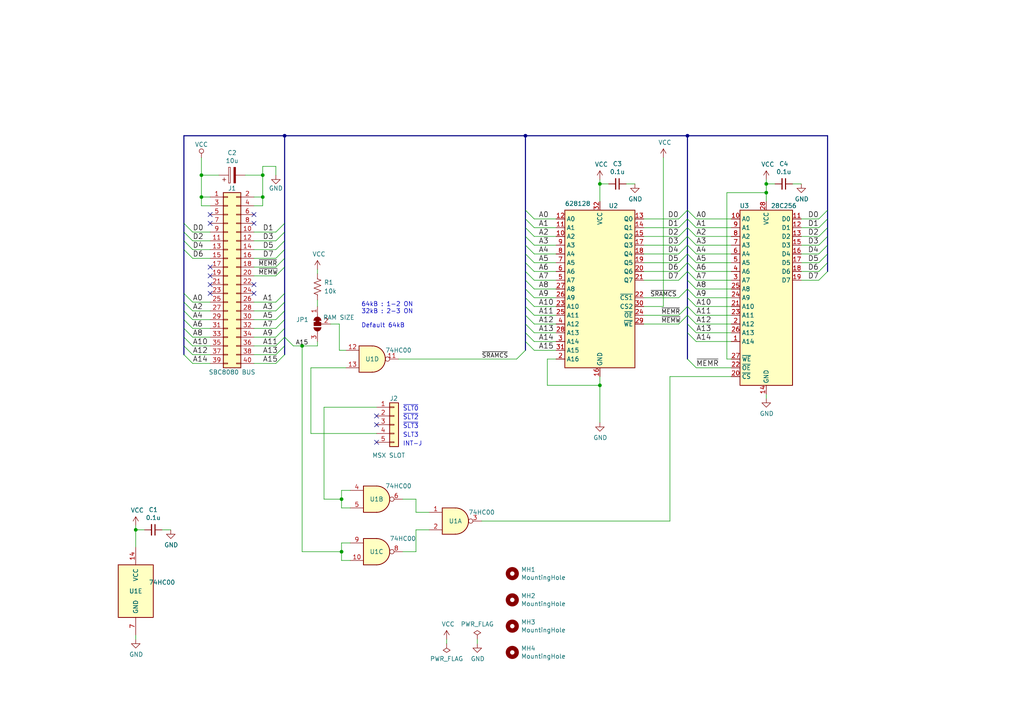
<source format=kicad_sch>
(kicad_sch (version 20211123) (generator eeschema)
  (paper "A4")
  (title_block (title "KZ80 MSX MEMORY BOARD") (date "2022-07-31") (rev "2") (company "KUNI-NET"))
  (lib_symbols
    (symbol "74xx:74HC00" (pin_names (offset 1.016))
      (property "Reference" "U" (at 0 1.27 0))
      (property "Value" "74HC00" (at 0 -1.27 0))
      (symbol "74HC00_1_1"
        (pin input line (at -7.62 2.54 0) (length 3.81) (name "~") (number "1"))
        (pin input line (at -7.62 -2.54 0) (length 3.81) (name "~") (number "2"))
        (pin output inverted (at 7.62 0 180) (length 3.81) (name "~") (number "3"))
      )
      (symbol "74HC00_1_2"
        (pin input inverted (at -7.62 2.54 0) (length 4.318) (name "~") (number "1"))
        (pin input inverted (at -7.62 -2.54 0) (length 4.318) (name "~") (number "2"))
        (pin output line (at 7.62 0 180) (length 3.81) (name "~") (number "3"))
      )
      (symbol "74HC00_2_1"
        (pin input line (at -7.62 2.54 0) (length 3.81) (name "~") (number "4"))
        (pin input line (at -7.62 -2.54 0) (length 3.81) (name "~") (number "5"))
        (pin output inverted (at 7.62 0 180) (length 3.81) (name "~") (number "6"))
      )
      (symbol "74HC00_2_2"
        (pin input inverted (at -7.62 2.54 0) (length 4.318) (name "~") (number "4"))
        (pin input inverted (at -7.62 -2.54 0) (length 4.318) (name "~") (number "5"))
        (pin output line (at 7.62 0 180) (length 3.81) (name "~") (number "6"))
      )
      (symbol "74HC00_3_1"
        (pin input line (at -7.62 -2.54 0) (length 3.81) (name "~") (number "10"))
        (pin output inverted (at 7.62 0 180) (length 3.81) (name "~") (number "8"))
        (pin input line (at -7.62 2.54 0) (length 3.81) (name "~") (number "9"))
      )
      (symbol "74HC00_3_2"
        (pin input inverted (at -7.62 -2.54 0) (length 4.318) (name "~") (number "10"))
        (pin output line (at 7.62 0 180) (length 3.81) (name "~") (number "8"))
        (pin input inverted (at -7.62 2.54 0) (length 4.318) (name "~") (number "9"))
      )
      (symbol "74HC00_4_1"
        (pin output inverted (at 7.62 0 180) (length 3.81) (name "~") (number "11"))
        (pin input line (at -7.62 2.54 0) (length 3.81) (name "~") (number "12"))
        (pin input line (at -7.62 -2.54 0) (length 3.81) (name "~") (number "13"))
      )
      (symbol "74HC00_4_2"
        (pin output line (at 7.62 0 180) (length 3.81) (name "~") (number "11"))
        (pin input inverted (at -7.62 2.54 0) (length 4.318) (name "~") (number "12"))
        (pin input inverted (at -7.62 -2.54 0) (length 4.318) (name "~") (number "13"))
      )
      (symbol "74HC00_5_0"
        (pin power_in line (at 0 12.7 270) (length 5.08) (name "VCC") (number "14"))
        (pin power_in line (at 0 -12.7 90) (length 5.08) (name "GND") (number "7"))
      )
    )
    (symbol "Connector_Generic:Conn_01x05" (pin_names (offset 1.016) hide)
      (property "Reference" "J" (at 0 7.62 0))
      (property "Value" "Conn_01x05" (at 0 -7.62 0))
      (symbol "Conn_01x05_1_1"
        (pin passive line (at -5.08 5.08 0) (length 3.81) (name "Pin_1") (number "1"))
        (pin passive line (at -5.08 2.54 0) (length 3.81) (name "Pin_2") (number "2"))
        (pin passive line (at -5.08 0 0) (length 3.81) (name "Pin_3") (number "3"))
        (pin passive line (at -5.08 -2.54 0) (length 3.81) (name "Pin_4") (number "4"))
        (pin passive line (at -5.08 -5.08 0) (length 3.81) (name "Pin_5") (number "5"))
      )
    )
    (symbol "Device:C_Small" (pin_numbers hide) (pin_names (offset 0.254) hide)
      (property "Reference" "C" (at 0.254 1.778 0))
      (property "Value" "C_Small" (at 0.254 -2.032 0))
      (symbol "C_Small_1_1"
        (pin passive line (at 0 2.54 270) (length 2.032) (name "~") (number "1"))
        (pin passive line (at 0 -2.54 90) (length 2.032) (name "~") (number "2"))
      )
    )
    (symbol "Device:R_US" (pin_numbers hide) (pin_names (offset 0))
      (property "Reference" "R" (at 2.54 0 90))
      (property "Value" "R_US" (at -2.54 0 90))
      (symbol "R_US_1_1"
        (pin passive line (at 0 3.81 270) (length 1.27) (name "~") (number "1"))
        (pin passive line (at 0 -3.81 90) (length 1.27) (name "~") (number "2"))
      )
    )
    (symbol "Jumper:SolderJumper_3_Bridged12" (pin_names (offset 0) hide)
      (property "Reference" "JP" (at -2.54 -2.54 0))
      (property "Value" "SolderJumper_3_Bridged12" (at 0 2.794 0))
      (symbol "SolderJumper_3_Bridged12_1_1"
        (pin passive line (at -5.08 0 0) (length 2.54) (name "A") (number "1"))
        (pin passive line (at 0 -3.81 90) (length 2.54) (name "C") (number "2"))
        (pin passive line (at 5.08 0 180) (length 2.54) (name "B") (number "3"))
      )
    )
    (symbol "KZ80-MSXMEM-rescue:CP-Device" (pin_numbers hide) (pin_names (offset 0.254))
      (property "Reference" "C" (at 0.635 2.54 0))
      (property "Value" "CP-Device" (at 0.635 -2.54 0))
      (symbol "CP-Device_1_1"
        (pin passive line (at 0 3.81 270) (length 2.794) (name "~") (number "1"))
        (pin passive line (at 0 -3.81 90) (length 2.794) (name "~") (number "2"))
      )
    )
    (symbol "KZ80-MSXMEM-rescue:Conn_02x20_Odd_Even-Z80-1MSRAM-rescue" (pin_names (offset 1.016) hide)
      (property "Reference" "J" (at 1.27 25.4 0))
      (property "Value" "Conn_02x20_Odd_Even-Z80-1MSRAM-rescue" (at 1.27 -27.94 0))
      (symbol "Conn_02x20_Odd_Even-Z80-1MSRAM-rescue_1_1"
        (pin passive line (at -5.08 22.86 0) (length 3.81) (name "Pin_1") (number "1"))
        (pin passive line (at 7.62 12.7 180) (length 3.81) (name "Pin_10") (number "10"))
        (pin passive line (at -5.08 10.16 0) (length 3.81) (name "Pin_11") (number "11"))
        (pin passive line (at 7.62 10.16 180) (length 3.81) (name "Pin_12") (number "12"))
        (pin passive line (at -5.08 7.62 0) (length 3.81) (name "Pin_13") (number "13"))
        (pin passive line (at 7.62 7.62 180) (length 3.81) (name "Pin_14") (number "14"))
        (pin passive line (at -5.08 5.08 0) (length 3.81) (name "Pin_15") (number "15"))
        (pin passive line (at 7.62 5.08 180) (length 3.81) (name "Pin_16") (number "16"))
        (pin passive line (at -5.08 2.54 0) (length 3.81) (name "Pin_17") (number "17"))
        (pin passive line (at 7.62 2.54 180) (length 3.81) (name "Pin_18") (number "18"))
        (pin passive line (at -5.08 0 0) (length 3.81) (name "Pin_19") (number "19"))
        (pin passive line (at 7.62 22.86 180) (length 3.81) (name "Pin_2") (number "2"))
        (pin passive line (at 7.62 0 180) (length 3.81) (name "Pin_20") (number "20"))
        (pin passive line (at -5.08 -2.54 0) (length 3.81) (name "Pin_21") (number "21"))
        (pin passive line (at 7.62 -2.54 180) (length 3.81) (name "Pin_22") (number "22"))
        (pin passive line (at -5.08 -5.08 0) (length 3.81) (name "Pin_23") (number "23"))
        (pin passive line (at 7.62 -5.08 180) (length 3.81) (name "Pin_24") (number "24"))
        (pin passive line (at -5.08 -7.62 0) (length 3.81) (name "Pin_25") (number "25"))
        (pin passive line (at 7.62 -7.62 180) (length 3.81) (name "Pin_26") (number "26"))
        (pin passive line (at -5.08 -10.16 0) (length 3.81) (name "Pin_27") (number "27"))
        (pin passive line (at 7.62 -10.16 180) (length 3.81) (name "Pin_28") (number "28"))
        (pin passive line (at -5.08 -12.7 0) (length 3.81) (name "Pin_29") (number "29"))
        (pin passive line (at -5.08 20.32 0) (length 3.81) (name "Pin_3") (number "3"))
        (pin passive line (at 7.62 -12.7 180) (length 3.81) (name "Pin_30") (number "30"))
        (pin passive line (at -5.08 -15.24 0) (length 3.81) (name "Pin_31") (number "31"))
        (pin passive line (at 7.62 -15.24 180) (length 3.81) (name "Pin_32") (number "32"))
        (pin passive line (at -5.08 -17.78 0) (length 3.81) (name "Pin_33") (number "33"))
        (pin passive line (at 7.62 -17.78 180) (length 3.81) (name "Pin_34") (number "34"))
        (pin passive line (at -5.08 -20.32 0) (length 3.81) (name "Pin_35") (number "35"))
        (pin passive line (at 7.62 -20.32 180) (length 3.81) (name "Pin_36") (number "36"))
        (pin passive line (at -5.08 -22.86 0) (length 3.81) (name "Pin_37") (number "37"))
        (pin passive line (at 7.62 -22.86 180) (length 3.81) (name "Pin_38") (number "38"))
        (pin passive line (at -5.08 -25.4 0) (length 3.81) (name "Pin_39") (number "39"))
        (pin passive line (at 7.62 20.32 180) (length 3.81) (name "Pin_4") (number "4"))
        (pin passive line (at 7.62 -25.4 180) (length 3.81) (name "Pin_40") (number "40"))
        (pin passive line (at -5.08 17.78 0) (length 3.81) (name "Pin_5") (number "5"))
        (pin passive line (at 7.62 17.78 180) (length 3.81) (name "Pin_6") (number "6"))
        (pin passive line (at -5.08 15.24 0) (length 3.81) (name "Pin_7") (number "7"))
        (pin passive line (at 7.62 15.24 180) (length 3.81) (name "Pin_8") (number "8"))
        (pin passive line (at -5.08 12.7 0) (length 3.81) (name "Pin_9") (number "9"))
      )
    )
    (symbol "KZ80-MSXMEM-rescue:GND-Z80-1MSRAM-rescue" (power) (pin_names (offset 0))
      (property "Value" "GND-Z80-1MSRAM-rescue" (at 0 -3.81 0))
      (symbol "GND-Z80-1MSRAM-rescue_1_1"
        (pin power_in line (at 0 0 270) (length 0) hide (name "GND") (number "1"))
      )
    )
    (symbol "KZ80-MSXMEM-rescue:VCC-Z80-1MSRAM-rescue" (power) (pin_names (offset 0))
      (property "Value" "VCC-Z80-1MSRAM-rescue" (at 0 3.81 0))
      (symbol "VCC-Z80-1MSRAM-rescue_1_1"
        (pin power_in line (at 0 0 90) (length 0) hide (name "VCC") (number "1"))
      )
    )
    (symbol "Mechanical:MountingHole" (pin_names (offset 1.016))
      (property "Reference" "H" (at 0 5.08 0))
      (property "Value" "MountingHole" (at 0 3.175 0))
    )
    (symbol "Memory_EEPROM:28C256"
      (property "Reference" "U" (at -7.62 26.67 0))
      (property "Value" "28C256" (at 2.54 -26.67 0))
      (symbol "28C256_1_1"
        (pin input line (at -10.16 -12.7 0) (length 2.54) (name "A14") (number "1"))
        (pin input line (at -10.16 22.86 0) (length 2.54) (name "A0") (number "10"))
        (pin tri_state line (at 10.16 22.86 180) (length 2.54) (name "D0") (number "11"))
        (pin tri_state line (at 10.16 20.32 180) (length 2.54) (name "D1") (number "12"))
        (pin tri_state line (at 10.16 17.78 180) (length 2.54) (name "D2") (number "13"))
        (pin power_in line (at 0 -27.94 90) (length 2.54) (name "GND") (number "14"))
        (pin tri_state line (at 10.16 15.24 180) (length 2.54) (name "D3") (number "15"))
        (pin tri_state line (at 10.16 12.7 180) (length 2.54) (name "D4") (number "16"))
        (pin tri_state line (at 10.16 10.16 180) (length 2.54) (name "D5") (number "17"))
        (pin tri_state line (at 10.16 7.62 180) (length 2.54) (name "D6") (number "18"))
        (pin tri_state line (at 10.16 5.08 180) (length 2.54) (name "D7") (number "19"))
        (pin input line (at -10.16 -7.62 0) (length 2.54) (name "A12") (number "2"))
        (pin input line (at -10.16 -22.86 0) (length 2.54) (name "~{CS}") (number "20"))
        (pin input line (at -10.16 -2.54 0) (length 2.54) (name "A10") (number "21"))
        (pin input line (at -10.16 -20.32 0) (length 2.54) (name "~{OE}") (number "22"))
        (pin input line (at -10.16 -5.08 0) (length 2.54) (name "A11") (number "23"))
        (pin input line (at -10.16 0 0) (length 2.54) (name "A9") (number "24"))
        (pin input line (at -10.16 2.54 0) (length 2.54) (name "A8") (number "25"))
        (pin input line (at -10.16 -10.16 0) (length 2.54) (name "A13") (number "26"))
        (pin input line (at -10.16 -17.78 0) (length 2.54) (name "~{WE}") (number "27"))
        (pin power_in line (at 0 27.94 270) (length 2.54) (name "VCC") (number "28"))
        (pin input line (at -10.16 5.08 0) (length 2.54) (name "A7") (number "3"))
        (pin input line (at -10.16 7.62 0) (length 2.54) (name "A6") (number "4"))
        (pin input line (at -10.16 10.16 0) (length 2.54) (name "A5") (number "5"))
        (pin input line (at -10.16 12.7 0) (length 2.54) (name "A4") (number "6"))
        (pin input line (at -10.16 15.24 0) (length 2.54) (name "A3") (number "7"))
        (pin input line (at -10.16 17.78 0) (length 2.54) (name "A2") (number "8"))
        (pin input line (at -10.16 20.32 0) (length 2.54) (name "A1") (number "9"))
      )
    )
    (symbol "Memory_RAM:628128_DIP32_SSOP32"
      (property "Reference" "U" (at -10.16 23.495 0))
      (property "Value" "628128_DIP32_SSOP32" (at 2.54 23.495 0))
      (symbol "628128_DIP32_SSOP32_0_0"
        (pin power_in line (at 0 -25.4 90) (length 2.54) (name "GND") (number "16"))
        (pin power_in line (at 0 25.4 270) (length 2.54) (name "VCC") (number "32"))
      )
      (symbol "628128_DIP32_SSOP32_1_1"
        (pin no_connect line (at 10.16 -20.32 180) (length 2.54) hide (name "NC") (number "1"))
        (pin input line (at -12.7 15.24 0) (length 2.54) (name "A2") (number "10"))
        (pin input line (at -12.7 17.78 0) (length 2.54) (name "A1") (number "11"))
        (pin input line (at -12.7 20.32 0) (length 2.54) (name "A0") (number "12"))
        (pin tri_state line (at 12.7 20.32 180) (length 2.54) (name "Q0") (number "13"))
        (pin tri_state line (at 12.7 17.78 180) (length 2.54) (name "Q1") (number "14"))
        (pin tri_state line (at 12.7 15.24 180) (length 2.54) (name "Q2") (number "15"))
        (pin tri_state line (at 12.7 12.7 180) (length 2.54) (name "Q3") (number "17"))
        (pin tri_state line (at 12.7 10.16 180) (length 2.54) (name "Q4") (number "18"))
        (pin tri_state line (at 12.7 7.62 180) (length 2.54) (name "Q5") (number "19"))
        (pin input line (at -12.7 -20.32 0) (length 2.54) (name "A16") (number "2"))
        (pin tri_state line (at 12.7 5.08 180) (length 2.54) (name "Q6") (number "20"))
        (pin tri_state line (at 12.7 2.54 180) (length 2.54) (name "Q7") (number "21"))
        (pin input line (at 12.7 -2.54 180) (length 2.54) (name "~{CS1}") (number "22"))
        (pin input line (at -12.7 -5.08 0) (length 2.54) (name "A10") (number "23"))
        (pin input line (at 12.7 -7.62 180) (length 2.54) (name "~{OE}") (number "24"))
        (pin input line (at -12.7 -7.62 0) (length 2.54) (name "A11") (number "25"))
        (pin input line (at -12.7 -2.54 0) (length 2.54) (name "A9") (number "26"))
        (pin input line (at -12.7 0 0) (length 2.54) (name "A8") (number "27"))
        (pin input line (at -12.7 -12.7 0) (length 2.54) (name "A13") (number "28"))
        (pin input line (at 12.7 -10.16 180) (length 2.54) (name "~{WE}") (number "29"))
        (pin input line (at -12.7 -15.24 0) (length 2.54) (name "A14") (number "3"))
        (pin input line (at 12.7 -5.08 180) (length 2.54) (name "CS2") (number "30"))
        (pin input line (at -12.7 -17.78 0) (length 2.54) (name "A15") (number "31"))
        (pin input line (at -12.7 -10.16 0) (length 2.54) (name "A12") (number "4"))
        (pin input line (at -12.7 2.54 0) (length 2.54) (name "A7") (number "5"))
        (pin input line (at -12.7 5.08 0) (length 2.54) (name "A6") (number "6"))
        (pin input line (at -12.7 7.62 0) (length 2.54) (name "A5") (number "7"))
        (pin input line (at -12.7 10.16 0) (length 2.54) (name "A4") (number "8"))
        (pin input line (at -12.7 12.7 0) (length 2.54) (name "A3") (number "9"))
      )
    )
    (symbol "power:GND" (power) (pin_names (offset 0))
      (property "Value" "GND" (at 0 -3.81 0))
      (symbol "GND_1_1"
        (pin power_in line (at 0 0 270) (length 0) hide (name "GND") (number "1"))
      )
    )
    (symbol "power:PWR_FLAG" (power) (pin_numbers hide) (pin_names (offset 0) hide)
      (property "Value" "PWR_FLAG" (at 0 3.81 0))
      (symbol "PWR_FLAG_0_0"
        (pin power_out line (at 0 0 90) (length 0) (name "pwr") (number "1"))
      )
    )
    (symbol "power:VCC" (power) (pin_names (offset 0))
      (property "Value" "VCC" (at 0 3.81 0))
      (symbol "VCC_1_1"
        (pin power_in line (at 0 0 90) (length 0) hide (name "VCC") (number "1"))
      )
    )
  )
  (junction (at 39.37 153.67))
  (junction (at 99.06 160.02))
  (junction (at 173.99 53.34))
  (junction (at 76.2 50.8))
  (junction (at 58.42 57.15))
  (junction (at 199.39 39.37))
  (junction (at 152.4 39.37))
  (junction (at 87.63 100.33))
  (junction (at 173.99 111.76))
  (junction (at 58.42 50.8))
  (junction (at 99.06 144.78))
  (junction (at 82.55 39.37))
  (junction (at 222.25 55.88))
  (junction (at 222.25 53.34))
  (junction (at 76.2 57.15))
  (no_connect (at 73.66 82.55))
  (no_connect (at 73.66 62.23))
  (no_connect (at 73.66 85.09))
  (no_connect (at 73.66 64.77))
  (no_connect (at 109.22 123.19))
  (no_connect (at 60.96 85.09))
  (no_connect (at 60.96 77.47))
  (no_connect (at 60.96 80.01))
  (no_connect (at 109.22 128.27))
  (no_connect (at 60.96 82.55))
  (no_connect (at 60.96 62.23))
  (no_connect (at 60.96 64.77))
  (no_connect (at 109.22 120.65))
  (bus_entry (at 199.39 81.28) (size 2.54 2.54))
  (bus_entry (at 199.39 78.74) (size 2.54 2.54))
  (bus_entry (at 152.4 88.9) (size 2.54 2.54))
  (bus_entry (at 240.03 76.2) (size -2.54 2.54))
  (bus_entry (at 199.39 78.74) (size -2.54 2.54))
  (bus_entry (at 199.39 76.2) (size -2.54 2.54))
  (bus_entry (at 80.01 105.41) (size 2.54 -2.54))
  (bus_entry (at 53.34 87.63) (size 2.54 2.54))
  (bus_entry (at 80.01 72.39) (size 2.54 -2.54))
  (bus_entry (at 149.86 104.14) (size 2.54 -2.54))
  (bus_entry (at 199.39 68.58) (size -2.54 2.54))
  (bus_entry (at 240.03 68.58) (size -2.54 2.54))
  (bus_entry (at 196.85 91.44) (size 2.54 -2.54))
  (bus_entry (at 199.39 83.82) (size 2.54 2.54))
  (bus_entry (at 152.4 68.58) (size 2.54 2.54))
  (bus_entry (at 152.4 78.74) (size 2.54 2.54))
  (bus_entry (at 152.4 99.06) (size 2.54 2.54))
  (bus_entry (at 80.01 87.63) (size 2.54 -2.54))
  (bus_entry (at 240.03 73.66) (size -2.54 2.54))
  (bus_entry (at 199.39 73.66) (size -2.54 2.54))
  (bus_entry (at 199.39 63.5) (size -2.54 2.54))
  (bus_entry (at 199.39 88.9) (size 2.54 2.54))
  (bus_entry (at 53.34 102.87) (size 2.54 2.54))
  (bus_entry (at 80.01 74.93) (size 2.54 -2.54))
  (bus_entry (at 80.01 95.25) (size 2.54 -2.54))
  (bus_entry (at 199.39 91.44) (size 2.54 2.54))
  (bus_entry (at 199.39 63.5) (size 2.54 2.54))
  (bus_entry (at 53.34 69.85) (size 2.54 2.54))
  (bus_entry (at 199.39 68.58) (size 2.54 2.54))
  (bus_entry (at 199.39 60.96) (size -2.54 2.54))
  (bus_entry (at 80.01 90.17) (size 2.54 -2.54))
  (bus_entry (at 80.01 100.33) (size 2.54 -2.54))
  (bus_entry (at 152.4 83.82) (size 2.54 2.54))
  (bus_entry (at 152.4 91.44) (size 2.54 2.54))
  (bus_entry (at 196.85 86.36) (size 2.54 -2.54))
  (bus_entry (at 152.4 63.5) (size 2.54 2.54))
  (bus_entry (at 53.34 85.09) (size 2.54 2.54))
  (bus_entry (at 53.34 95.25) (size 2.54 2.54))
  (bus_entry (at 196.85 93.98) (size 2.54 -2.54))
  (bus_entry (at 240.03 63.5) (size -2.54 2.54))
  (bus_entry (at 152.4 76.2) (size 2.54 2.54))
  (bus_entry (at 199.39 104.14) (size 2.54 2.54))
  (bus_entry (at 152.4 93.98) (size 2.54 2.54))
  (bus_entry (at 152.4 66.04) (size 2.54 2.54))
  (bus_entry (at 80.01 67.31) (size 2.54 -2.54))
  (bus_entry (at 199.39 96.52) (size 2.54 2.54))
  (bus_entry (at 199.39 76.2) (size 2.54 2.54))
  (bus_entry (at 53.34 64.77) (size 2.54 2.54))
  (bus_entry (at 199.39 86.36) (size 2.54 2.54))
  (bus_entry (at 199.39 73.66) (size 2.54 2.54))
  (bus_entry (at 53.34 72.39) (size 2.54 2.54))
  (bus_entry (at 199.39 71.12) (size -2.54 2.54))
  (bus_entry (at 80.01 97.79) (size 2.54 -2.54))
  (bus_entry (at 80.01 77.47) (size 2.54 -2.54))
  (bus_entry (at 80.01 80.01) (size 2.54 -2.54))
  (bus_entry (at 240.03 78.74) (size -2.54 2.54))
  (bus_entry (at 152.4 60.96) (size 2.54 2.54))
  (bus_entry (at 80.01 92.71) (size 2.54 -2.54))
  (bus_entry (at 240.03 71.12) (size -2.54 2.54))
  (bus_entry (at 53.34 100.33) (size 2.54 2.54))
  (bus_entry (at 152.4 73.66) (size 2.54 2.54))
  (bus_entry (at 199.39 71.12) (size 2.54 2.54))
  (bus_entry (at 53.34 90.17) (size 2.54 2.54))
  (bus_entry (at 82.55 97.79) (size 2.54 2.54))
  (bus_entry (at 80.01 102.87) (size 2.54 -2.54))
  (bus_entry (at 53.34 92.71) (size 2.54 2.54))
  (bus_entry (at 199.39 66.04) (size -2.54 2.54))
  (bus_entry (at 199.39 66.04) (size 2.54 2.54))
  (bus_entry (at 240.03 66.04) (size -2.54 2.54))
  (bus_entry (at 53.34 97.79) (size 2.54 2.54))
  (bus_entry (at 199.39 93.98) (size 2.54 2.54))
  (bus_entry (at 152.4 96.52) (size 2.54 2.54))
  (bus_entry (at 80.01 69.85) (size 2.54 -2.54))
  (bus_entry (at 53.34 67.31) (size 2.54 2.54))
  (bus_entry (at 152.4 86.36) (size 2.54 2.54))
  (bus_entry (at 152.4 81.28) (size 2.54 2.54))
  (bus_entry (at 199.39 60.96) (size 2.54 2.54))
  (bus_entry (at 240.03 60.96) (size -2.54 2.54))
  (bus_entry (at 152.4 71.12) (size 2.54 2.54))
  (bus (pts (xy 152.4 93.98) (xy 152.4 96.52)))
  (bus (pts (xy 199.39 91.44) (xy 199.39 93.98)))
  (wire (pts (xy 46.99 153.67) (xy 49.53 153.67)))
  (wire (pts (xy 154.94 91.44) (xy 161.29 91.44)))
  (bus (pts (xy 152.4 39.37) (xy 82.55 39.37)))
  (bus (pts (xy 53.34 95.25) (xy 53.34 97.79)))
  (bus (pts (xy 199.39 78.74) (xy 199.39 81.28)))
  (wire (pts (xy 154.94 68.58) (xy 161.29 68.58)))
  (wire (pts (xy 196.85 68.58) (xy 186.69 68.58)))
  (wire (pts (xy 39.37 153.67) (xy 41.91 153.67)))
  (wire (pts (xy 201.93 76.2) (xy 212.09 76.2)))
  (wire (pts (xy 186.69 88.9) (xy 192.405 88.9)))
  (wire (pts (xy 129.54 185.42) (xy 129.54 186.69)))
  (bus (pts (xy 53.34 97.79) (xy 53.34 100.33)))
  (bus (pts (xy 82.55 92.71) (xy 82.55 95.25)))
  (wire (pts (xy 154.94 66.04) (xy 161.29 66.04)))
  (bus (pts (xy 82.55 100.33) (xy 82.55 102.87)))
  (wire (pts (xy 58.42 57.15) (xy 58.42 59.69)))
  (wire (pts (xy 120.65 160.02) (xy 116.84 160.02)))
  (wire (pts (xy 196.85 73.66) (xy 186.69 73.66)))
  (wire (pts (xy 73.66 80.01) (xy 80.01 80.01)))
  (wire (pts (xy 109.22 118.11) (xy 93.98 118.11)))
  (bus (pts (xy 152.4 39.37) (xy 152.4 60.96)))
  (wire (pts (xy 92.075 78.105) (xy 92.075 79.375)))
  (wire (pts (xy 154.94 83.82) (xy 161.29 83.82)))
  (wire (pts (xy 55.88 67.31) (xy 60.96 67.31)))
  (wire (pts (xy 201.93 66.04) (xy 212.09 66.04)))
  (bus (pts (xy 53.34 69.85) (xy 53.34 72.39)))
  (wire (pts (xy 120.65 153.67) (xy 120.65 160.02)))
  (wire (pts (xy 139.7 151.13) (xy 194.31 151.13)))
  (wire (pts (xy 99.06 162.56) (xy 101.6 162.56)))
  (bus (pts (xy 152.4 78.74) (xy 152.4 81.28)))
  (wire (pts (xy 196.85 76.2) (xy 186.69 76.2)))
  (bus (pts (xy 152.4 88.9) (xy 152.4 91.44)))
  (wire (pts (xy 55.88 100.33) (xy 60.96 100.33)))
  (bus (pts (xy 199.39 86.36) (xy 199.39 88.9)))
  (wire (pts (xy 222.25 55.88) (xy 222.25 58.42)))
  (bus (pts (xy 199.39 96.52) (xy 199.39 104.14)))
  (wire (pts (xy 76.2 59.69) (xy 73.66 59.69)))
  (wire (pts (xy 138.43 185.42) (xy 138.43 186.69)))
  (wire (pts (xy 173.99 109.22) (xy 173.99 111.76)))
  (wire (pts (xy 237.49 71.12) (xy 232.41 71.12)))
  (wire (pts (xy 76.2 48.26) (xy 80.01 48.26)))
  (bus (pts (xy 152.4 68.58) (xy 152.4 71.12)))
  (wire (pts (xy 210.82 55.88) (xy 222.25 55.88)))
  (wire (pts (xy 58.42 50.8) (xy 63.5 50.8)))
  (bus (pts (xy 82.55 74.93) (xy 82.55 77.47)))
  (bus (pts (xy 152.4 96.52) (xy 152.4 99.06)))
  (wire (pts (xy 222.25 53.34) (xy 224.79 53.34)))
  (wire (pts (xy 237.49 73.66) (xy 232.41 73.66)))
  (bus (pts (xy 82.55 90.17) (xy 82.55 92.71)))
  (wire (pts (xy 173.99 53.34) (xy 173.99 58.42)))
  (wire (pts (xy 154.94 73.66) (xy 161.29 73.66)))
  (wire (pts (xy 73.66 97.79) (xy 80.01 97.79)))
  (bus (pts (xy 82.55 77.47) (xy 82.55 85.09)))
  (wire (pts (xy 154.94 101.6) (xy 161.29 101.6)))
  (wire (pts (xy 73.66 67.31) (xy 80.01 67.31)))
  (wire (pts (xy 154.94 96.52) (xy 161.29 96.52)))
  (wire (pts (xy 154.94 86.36) (xy 161.29 86.36)))
  (bus (pts (xy 82.55 97.79) (xy 82.55 100.33)))
  (bus (pts (xy 240.03 60.96) (xy 240.03 63.5)))
  (bus (pts (xy 82.55 39.37) (xy 82.55 64.77)))
  (wire (pts (xy 222.25 52.07) (xy 222.25 53.34)))
  (wire (pts (xy 201.93 96.52) (xy 212.09 96.52)))
  (wire (pts (xy 212.09 104.14) (xy 210.82 104.14)))
  (wire (pts (xy 76.2 48.26) (xy 76.2 50.8)))
  (wire (pts (xy 201.93 73.66) (xy 212.09 73.66)))
  (wire (pts (xy 237.49 81.28) (xy 232.41 81.28)))
  (bus (pts (xy 53.34 85.09) (xy 53.34 87.63)))
  (bus (pts (xy 152.4 86.36) (xy 152.4 88.9)))
  (wire (pts (xy 115.57 104.14) (xy 149.86 104.14)))
  (wire (pts (xy 196.85 78.74) (xy 186.69 78.74)))
  (bus (pts (xy 199.39 66.04) (xy 199.39 68.58)))
  (bus (pts (xy 82.55 95.25) (xy 82.55 97.79)))
  (wire (pts (xy 237.49 63.5) (xy 232.41 63.5)))
  (wire (pts (xy 181.61 53.34) (xy 184.15 53.34)))
  (wire (pts (xy 201.93 71.12) (xy 212.09 71.12)))
  (bus (pts (xy 152.4 76.2) (xy 152.4 78.74)))
  (bus (pts (xy 53.34 87.63) (xy 53.34 90.17)))
  (wire (pts (xy 98.425 101.6) (xy 100.33 101.6)))
  (bus (pts (xy 152.4 73.66) (xy 152.4 76.2)))
  (wire (pts (xy 93.98 144.78) (xy 99.06 144.78)))
  (wire (pts (xy 80.01 95.25) (xy 73.66 95.25)))
  (wire (pts (xy 161.29 104.14) (xy 158.75 104.14)))
  (wire (pts (xy 87.63 100.33) (xy 87.63 160.02)))
  (wire (pts (xy 87.63 100.33) (xy 92.075 100.33)))
  (wire (pts (xy 80.01 48.26) (xy 80.01 50.8)))
  (bus (pts (xy 53.34 90.17) (xy 53.34 92.71)))
  (wire (pts (xy 124.46 153.67) (xy 120.65 153.67)))
  (bus (pts (xy 199.39 39.37) (xy 199.39 60.96)))
  (wire (pts (xy 80.01 69.85) (xy 73.66 69.85)))
  (wire (pts (xy 39.37 184.15) (xy 39.37 185.42)))
  (wire (pts (xy 80.01 90.17) (xy 73.66 90.17)))
  (bus (pts (xy 199.39 71.12) (xy 199.39 73.66)))
  (bus (pts (xy 152.4 83.82) (xy 152.4 86.36)))
  (wire (pts (xy 186.69 86.36) (xy 196.85 86.36)))
  (wire (pts (xy 90.17 106.68) (xy 100.33 106.68)))
  (wire (pts (xy 98.425 93.98) (xy 98.425 101.6)))
  (bus (pts (xy 152.4 71.12) (xy 152.4 73.66)))
  (bus (pts (xy 82.55 69.85) (xy 82.55 72.39)))
  (wire (pts (xy 154.94 93.98) (xy 161.29 93.98)))
  (wire (pts (xy 58.42 50.8) (xy 58.42 57.15)))
  (bus (pts (xy 82.55 87.63) (xy 82.55 90.17)))
  (wire (pts (xy 237.49 66.04) (xy 232.41 66.04)))
  (wire (pts (xy 55.88 97.79) (xy 60.96 97.79)))
  (wire (pts (xy 85.09 100.33) (xy 87.63 100.33)))
  (wire (pts (xy 71.12 50.8) (xy 76.2 50.8)))
  (bus (pts (xy 82.55 67.31) (xy 82.55 69.85)))
  (wire (pts (xy 101.6 157.48) (xy 99.06 157.48)))
  (wire (pts (xy 55.88 102.87) (xy 60.96 102.87)))
  (wire (pts (xy 186.69 93.98) (xy 196.85 93.98)))
  (bus (pts (xy 199.39 88.9) (xy 199.39 91.44)))
  (wire (pts (xy 80.01 72.39) (xy 73.66 72.39)))
  (wire (pts (xy 73.66 77.47) (xy 80.01 77.47)))
  (bus (pts (xy 199.39 39.37) (xy 240.03 39.37)))
  (wire (pts (xy 58.42 57.15) (xy 60.96 57.15)))
  (wire (pts (xy 55.88 69.85) (xy 60.96 69.85)))
  (wire (pts (xy 55.88 74.93) (xy 60.96 74.93)))
  (bus (pts (xy 82.55 64.77) (xy 82.55 67.31)))
  (bus (pts (xy 82.55 72.39) (xy 82.55 74.93)))
  (wire (pts (xy 222.25 114.3) (xy 222.25 115.57)))
  (wire (pts (xy 173.99 111.76) (xy 173.99 122.555)))
  (wire (pts (xy 99.06 160.02) (xy 99.06 162.56)))
  (wire (pts (xy 58.42 45.72) (xy 58.42 50.8)))
  (bus (pts (xy 199.39 63.5) (xy 199.39 66.04)))
  (wire (pts (xy 201.93 99.06) (xy 212.09 99.06)))
  (wire (pts (xy 58.42 59.69) (xy 60.96 59.69)))
  (wire (pts (xy 173.99 53.34) (xy 176.53 53.34)))
  (bus (pts (xy 240.03 73.66) (xy 240.03 76.2)))
  (bus (pts (xy 199.39 60.96) (xy 199.39 63.5)))
  (wire (pts (xy 39.37 152.4) (xy 39.37 153.67)))
  (bus (pts (xy 240.03 76.2) (xy 240.03 78.74)))
  (bus (pts (xy 240.03 66.04) (xy 240.03 68.58)))
  (wire (pts (xy 210.82 104.14) (xy 210.82 55.88)))
  (wire (pts (xy 109.22 125.73) (xy 90.17 125.73)))
  (wire (pts (xy 201.93 91.44) (xy 212.09 91.44)))
  (wire (pts (xy 73.66 57.15) (xy 76.2 57.15)))
  (wire (pts (xy 201.93 83.82) (xy 212.09 83.82)))
  (wire (pts (xy 101.6 142.24) (xy 99.06 142.24)))
  (wire (pts (xy 201.93 106.68) (xy 212.09 106.68)))
  (wire (pts (xy 80.01 102.87) (xy 73.66 102.87)))
  (bus (pts (xy 53.34 39.37) (xy 82.55 39.37)))
  (bus (pts (xy 152.4 63.5) (xy 152.4 66.04)))
  (wire (pts (xy 201.93 93.98) (xy 212.09 93.98)))
  (wire (pts (xy 120.65 148.59) (xy 124.46 148.59)))
  (bus (pts (xy 53.34 100.33) (xy 53.34 102.87)))
  (wire (pts (xy 186.69 91.44) (xy 196.85 91.44)))
  (wire (pts (xy 55.88 92.71) (xy 60.96 92.71)))
  (wire (pts (xy 80.01 74.93) (xy 73.66 74.93)))
  (bus (pts (xy 152.4 81.28) (xy 152.4 83.82)))
  (wire (pts (xy 55.88 95.25) (xy 60.96 95.25)))
  (wire (pts (xy 92.075 100.33) (xy 92.075 99.06)))
  (wire (pts (xy 154.94 81.28) (xy 161.29 81.28)))
  (wire (pts (xy 158.75 104.14) (xy 158.75 111.76)))
  (wire (pts (xy 39.37 153.67) (xy 39.37 158.75)))
  (wire (pts (xy 201.93 86.36) (xy 212.09 86.36)))
  (wire (pts (xy 95.885 93.98) (xy 98.425 93.98)))
  (wire (pts (xy 76.2 57.15) (xy 76.2 59.69)))
  (bus (pts (xy 82.55 85.09) (xy 82.55 87.63)))
  (wire (pts (xy 158.75 111.76) (xy 173.99 111.76)))
  (wire (pts (xy 196.85 81.28) (xy 186.69 81.28)))
  (bus (pts (xy 152.4 91.44) (xy 152.4 93.98)))
  (bus (pts (xy 240.03 63.5) (xy 240.03 66.04)))
  (wire (pts (xy 90.17 125.73) (xy 90.17 106.68)))
  (wire (pts (xy 196.85 66.04) (xy 186.69 66.04)))
  (bus (pts (xy 199.39 73.66) (xy 199.39 76.2)))
  (wire (pts (xy 201.93 81.28) (xy 212.09 81.28)))
  (wire (pts (xy 87.63 160.02) (xy 99.06 160.02)))
  (bus (pts (xy 53.34 64.77) (xy 53.34 67.31)))
  (bus (pts (xy 53.34 72.39) (xy 53.34 85.09)))
  (wire (pts (xy 196.85 71.12) (xy 186.69 71.12)))
  (wire (pts (xy 80.01 100.33) (xy 73.66 100.33)))
  (wire (pts (xy 154.94 99.06) (xy 161.29 99.06)))
  (bus (pts (xy 152.4 60.96) (xy 152.4 63.5)))
  (wire (pts (xy 237.49 76.2) (xy 232.41 76.2)))
  (wire (pts (xy 154.94 76.2) (xy 161.29 76.2)))
  (wire (pts (xy 80.01 92.71) (xy 73.66 92.71)))
  (bus (pts (xy 152.4 99.06) (xy 152.4 101.6)))
  (wire (pts (xy 154.94 78.74) (xy 161.29 78.74)))
  (wire (pts (xy 73.66 87.63) (xy 80.01 87.63)))
  (wire (pts (xy 173.99 52.07) (xy 173.99 53.34)))
  (wire (pts (xy 201.93 78.74) (xy 212.09 78.74)))
  (wire (pts (xy 201.93 88.9) (xy 212.09 88.9)))
  (wire (pts (xy 222.25 53.34) (xy 222.25 55.88)))
  (bus (pts (xy 53.34 39.37) (xy 53.34 64.77)))
  (wire (pts (xy 201.93 63.5) (xy 212.09 63.5)))
  (wire (pts (xy 92.075 86.995) (xy 92.075 88.9)))
  (wire (pts (xy 229.87 53.34) (xy 232.41 53.34)))
  (wire (pts (xy 55.88 105.41) (xy 60.96 105.41)))
  (bus (pts (xy 199.39 76.2) (xy 199.39 78.74)))
  (wire (pts (xy 55.88 90.17) (xy 60.96 90.17)))
  (wire (pts (xy 154.94 71.12) (xy 161.29 71.12)))
  (bus (pts (xy 240.03 39.37) (xy 240.03 60.96)))
  (bus (pts (xy 53.34 67.31) (xy 53.34 69.85)))
  (wire (pts (xy 55.88 87.63) (xy 60.96 87.63)))
  (bus (pts (xy 199.39 81.28) (xy 199.39 83.82)))
  (wire (pts (xy 154.94 63.5) (xy 161.29 63.5)))
  (wire (pts (xy 80.01 105.41) (xy 73.66 105.41)))
  (wire (pts (xy 116.84 144.78) (xy 120.65 144.78)))
  (wire (pts (xy 99.06 142.24) (xy 99.06 144.78)))
  (wire (pts (xy 99.06 147.32) (xy 101.6 147.32)))
  (wire (pts (xy 76.2 50.8) (xy 76.2 57.15)))
  (wire (pts (xy 55.88 72.39) (xy 60.96 72.39)))
  (wire (pts (xy 99.06 157.48) (xy 99.06 160.02)))
  (wire (pts (xy 201.93 68.58) (xy 212.09 68.58)))
  (wire (pts (xy 237.49 68.58) (xy 232.41 68.58)))
  (wire (pts (xy 192.405 45.72) (xy 192.405 88.9)))
  (bus (pts (xy 199.39 83.82) (xy 199.39 86.36)))
  (wire (pts (xy 93.98 118.11) (xy 93.98 144.78)))
  (bus (pts (xy 199.39 68.58) (xy 199.39 71.12)))
  (bus (pts (xy 199.39 39.37) (xy 152.4 39.37)))
  (bus (pts (xy 240.03 71.12) (xy 240.03 73.66)))
  (wire (pts (xy 194.31 151.13) (xy 194.31 109.22)))
  (bus (pts (xy 53.34 92.71) (xy 53.34 95.25)))
  (wire (pts (xy 237.49 78.74) (xy 232.41 78.74)))
  (wire (pts (xy 99.06 144.78) (xy 99.06 147.32)))
  (wire (pts (xy 186.69 63.5) (xy 196.85 63.5)))
  (wire (pts (xy 120.65 144.78) (xy 120.65 148.59)))
  (bus (pts (xy 199.39 93.98) (xy 199.39 96.52)))
  (wire (pts (xy 154.94 88.9) (xy 161.29 88.9)))
  (bus (pts (xy 152.4 66.04) (xy 152.4 68.58)))
  (wire (pts (xy 194.31 109.22) (xy 212.09 109.22)))
  (bus (pts (xy 240.03 68.58) (xy 240.03 71.12)))
  (text "~{SLT3}" (at 116.84 124.46 0) (effects (font (size 1.27 1.27)) (justify left bottom)))
  (text "~{SLT2}" (at 116.84 121.92 0) (effects (font (size 1.27 1.27)) (justify left bottom)))
  (text "SLT3" (at 116.84 127 0) (effects (font (size 1.27 1.27)) (justify left bottom)))
  (text "INT-J" (at 116.84 129.54 0) (effects (font (size 1.27 1.27)) (justify left bottom)))
  (text "~{SLT0}" (at 116.84 119.38 0) (effects (font (size 1.27 1.27)) (justify left bottom)))
  (text "64kB : 1-2 ON\n32kB : 2-3 ON\n\nDefault 64kB" (at 104.775 95.25 0) (effects (font (size 1.27 1.27)) (justify left bottom)))
  (label "D4" (at 55.88 72.39 0) (effects (font (size 1.524 1.524))))
  (label "A15" (at 85.725 100.33 0))
  (label "A0" (at 55.88 87.63 0) (effects (font (size 1.524 1.524))))
  (label "A12" (at 55.88 102.87 0) (effects (font (size 1.524 1.524))))
  (label "D5" (at 76.2 72.39 0) (effects (font (size 1.524 1.524))))
  (label "A14" (at 201.93 99.06 0) (effects (font (size 1.524 1.524))))
  (label "A5" (at 201.93 76.2 0) (effects (font (size 1.524 1.524))))
  (label "D7" (at 76.2 74.93 0) (effects (font (size 1.524 1.524))))
  (label "A7" (at 76.2 95.25 0) (effects (font (size 1.524 1.524))))
  (label "A14" (at 156.21 99.06 0) (effects (font (size 1.524 1.524))))
  (label "D6" (at 55.88 74.93 0) (effects (font (size 1.524 1.524))))
  (label "A2" (at 201.93 68.58 0) (effects (font (size 1.524 1.524))))
  (label "~{MEMR}" (at 191.77 91.44 0))
  (label "A1" (at 76.2 87.63 0) (effects (font (size 1.524 1.524))))
  (label "A4" (at 156.21 73.66 0) (effects (font (size 1.524 1.524))))
  (label "A6" (at 156.21 78.74 0) (effects (font (size 1.524 1.524))))
  (label "A13" (at 76.2 102.87 0) (effects (font (size 1.524 1.524))))
  (label "A11" (at 76.2 100.33 0) (effects (font (size 1.524 1.524))))
  (label "A10" (at 201.93 88.9 0) (effects (font (size 1.524 1.524))))
  (label "A12" (at 201.93 93.98 0) (effects (font (size 1.524 1.524))))
  (label "A9" (at 201.93 86.36 0) (effects (font (size 1.524 1.524))))
  (label "A13" (at 156.21 96.52 0) (effects (font (size 1.524 1.524))))
  (label "D5" (at 237.49 76.2 180) (effects (font (size 1.524 1.524))))
  (label "D7" (at 237.49 81.28 180) (effects (font (size 1.524 1.524))))
  (label "D0" (at 237.49 63.5 180) (effects (font (size 1.524 1.524))))
  (label "A6" (at 55.88 95.25 0) (effects (font (size 1.524 1.524))))
  (label "A9" (at 76.2 97.79 0) (effects (font (size 1.524 1.524))))
  (label "A4" (at 55.88 92.71 0) (effects (font (size 1.524 1.524))))
  (label "A8" (at 156.21 83.82 0) (effects (font (size 1.524 1.524))))
  (label "A9" (at 156.21 86.36 0) (effects (font (size 1.524 1.524))))
  (label "D3" (at 237.49 71.12 180) (effects (font (size 1.524 1.524))))
  (label "D0" (at 196.85 63.5 180) (effects (font (size 1.524 1.524))))
  (label "A4" (at 201.93 73.66 0) (effects (font (size 1.524 1.524))))
  (label "A6" (at 201.93 78.74 0) (effects (font (size 1.524 1.524))))
  (label "D2" (at 196.85 68.58 180) (effects (font (size 1.524 1.524))))
  (label "D5" (at 196.85 76.2 180) (effects (font (size 1.524 1.524))))
  (label "A7" (at 156.21 81.28 0) (effects (font (size 1.524 1.524))))
  (label "A14" (at 55.88 105.41 0) (effects (font (size 1.524 1.524))))
  (label "A1" (at 156.21 66.04 0) (effects (font (size 1.524 1.524))))
  (label "D0" (at 55.88 67.31 0) (effects (font (size 1.524 1.524))))
  (label "A12" (at 156.21 93.98 0) (effects (font (size 1.524 1.524))))
  (label "A7" (at 201.93 81.28 0) (effects (font (size 1.524 1.524))))
  (label "A11" (at 156.21 91.44 0) (effects (font (size 1.524 1.524))))
  (label "A8" (at 201.93 83.82 0) (effects (font (size 1.524 1.524))))
  (label "A2" (at 55.88 90.17 0) (effects (font (size 1.524 1.524))))
  (label "D1" (at 237.49 66.04 180) (effects (font (size 1.524 1.524))))
  (label "A1" (at 201.93 66.04 0) (effects (font (size 1.524 1.524))))
  (label "~{SRAMCS}" (at 188.595 86.36 0))
  (label "A10" (at 55.88 100.33 0) (effects (font (size 1.524 1.524))))
  (label "A2" (at 156.21 68.58 0) (effects (font (size 1.524 1.524))))
  (label "D1" (at 76.2 67.31 0) (effects (font (size 1.524 1.524))))
  (label "~{SRAMCS}" (at 139.7 104.14 0))
  (label "A11" (at 201.93 91.44 0) (effects (font (size 1.524 1.524))))
  (label "D1" (at 196.85 66.04 180) (effects (font (size 1.524 1.524))))
  (label "~{MEMW}" (at 191.77 93.98 0))
  (label "A5" (at 156.21 76.2 0) (effects (font (size 1.524 1.524))))
  (label "D4" (at 237.49 73.66 180) (effects (font (size 1.524 1.524))))
  (label "A15" (at 156.21 101.6 0) (effects (font (size 1.524 1.524))))
  (label "D2" (at 237.49 68.58 180) (effects (font (size 1.524 1.524))))
  (label "D3" (at 196.85 71.12 180) (effects (font (size 1.524 1.524))))
  (label "A8" (at 55.88 97.79 0) (effects (font (size 1.524 1.524))))
  (label "A13" (at 201.93 96.52 0) (effects (font (size 1.524 1.524))))
  (label "A3" (at 76.2 90.17 0) (effects (font (size 1.524 1.524))))
  (label "D7" (at 196.85 81.28 180) (effects (font (size 1.524 1.524))))
  (label "A10" (at 156.21 88.9 0) (effects (font (size 1.524 1.524))))
  (label "D4" (at 196.85 73.66 180) (effects (font (size 1.524 1.524))))
  (label "A0" (at 156.21 63.5 0) (effects (font (size 1.524 1.524))))
  (label "D2" (at 55.88 69.85 0) (effects (font (size 1.524 1.524))))
  (label "D6" (at 237.49 78.74 180) (effects (font (size 1.524 1.524))))
  (label "D6" (at 196.85 78.74 180) (effects (font (size 1.524 1.524))))
  (label "A0" (at 201.93 63.5 0) (effects (font (size 1.524 1.524))))
  (label "A5" (at 76.2 92.71 0) (effects (font (size 1.524 1.524))))
  (label "~{MEMR}" (at 74.93 77.47 0))
  (label "D3" (at 76.2 69.85 0) (effects (font (size 1.524 1.524))))
  (label "~{MEMW}" (at 74.93 80.01 0))
  (label "A15" (at 76.2 105.41 0) (effects (font (size 1.524 1.524))))
  (label "A3" (at 156.21 71.12 0) (effects (font (size 1.524 1.524))))
  (label "~{MEMR}" (at 201.93 106.68 0) (effects (font (size 1.524 1.524))))
  (label "A3" (at 201.93 71.12 0) (effects (font (size 1.524 1.524))))
  (symbol (lib_id "KZ80-MSXMEM-rescue:Conn_02x20_Odd_Even-Z80-1MSRAM-rescue") (at 66.04 80.01 0) (unit 1)
    (property "Reference" "J1" (at 67.31 54.61 0))
    (property "Value" "SBC8080 BUS" (at 67.31 107.95 0))
    (property "Footprint" "Connector_PinHeader_2.54mm:PinHeader_2x20_P2.54mm_Horizontal" (effects hide))
  )
  (symbol (lib_id "KZ80-MSXMEM-rescue:VCC-Z80-1MSRAM-rescue") (at 58.42 45.72 0) (unit 1)
    (property "Reference" "#PWR04" (effects hide))
    (property "Value" "VCC" (at 58.42 41.91 0))
  )
  (symbol (lib_id "KZ80-MSXMEM-rescue:GND-Z80-1MSRAM-rescue") (at 80.01 50.8 0) (unit 1)
    (property "Reference" "#PWR05" (effects hide))
    (property "Value" "GND" (at 80.01 54.61 0))
  )
  (symbol (lib_id "Mechanical:MountingHole") (at 148.59 166.37 0) (unit 1)
    (property "Reference" "MH1" (at 151.13 165.2016 0) (effects (justify left)))
    (property "Value" "MountingHole" (at 151.13 167.513 0) (effects (justify left)))
    (property "Footprint" "MountingHole:MountingHole_3.2mm_M3" (effects hide))
  )
  (symbol (lib_id "Mechanical:MountingHole") (at 148.59 173.99 0) (unit 1)
    (property "Reference" "MH2" (at 151.13 172.8216 0) (effects (justify left)))
    (property "Value" "MountingHole" (at 151.13 175.133 0) (effects (justify left)))
    (property "Footprint" "MountingHole:MountingHole_3.2mm_M3" (effects hide))
  )
  (symbol (lib_id "Mechanical:MountingHole") (at 148.59 181.61 0) (unit 1)
    (property "Reference" "MH3" (at 151.13 180.4416 0) (effects (justify left)))
    (property "Value" "MountingHole" (at 151.13 182.753 0) (effects (justify left)))
    (property "Footprint" "MountingHole:MountingHole_3.2mm_M3" (effects hide))
  )
  (symbol (lib_id "Mechanical:MountingHole") (at 148.59 189.23 0) (unit 1)
    (property "Reference" "MH4" (at 151.13 188.0616 0) (effects (justify left)))
    (property "Value" "MountingHole" (at 151.13 190.373 0) (effects (justify left)))
    (property "Footprint" "MountingHole:MountingHole_3.2mm_M3" (effects hide))
  )
  (symbol (lib_id "Connector_Generic:Conn_01x05") (at 114.3 123.19 0) (unit 1)
    (property "Reference" "J2" (at 113.03 115.57 0) (effects (justify left)))
    (property "Value" "MSX SLOT" (at 107.95 132.08 0) (effects (justify left)))
    (property "Footprint" "Connector_PinHeader_2.54mm:PinHeader_1x05_P2.54mm_Horizontal" (effects hide))
  )
  (symbol (lib_id "Memory_EEPROM:28C256") (at 222.25 86.36 0) (unit 1)
    (property "Reference" "U3" (at 215.9 59.69 0))
    (property "Value" "28C256" (at 227.33 59.69 0))
    (property "Footprint" "Package_DIP:DIP-28_W15.24mm_Socket_LongPads" (effects hide))
    (property "Datasheet" "http://ww1.microchip.com/downloads/en/DeviceDoc/doc0006.pdf" (effects hide))
  )
  (symbol (lib_id "74xx:74HC00") (at 109.22 144.78 0) (unit 2)
    (property "Reference" "U1" (at 109.22 144.78 0))
    (property "Value" "74HC00" (at 115.57 140.97 0))
    (property "Footprint" "Package_DIP:DIP-14_W7.62mm_Socket_LongPads" (effects hide))
    (property "Datasheet" "http://www.ti.com/lit/gpn/sn74hc00" (effects hide))
  )
  (symbol (lib_id "74xx:74HC00") (at 109.22 160.02 0) (unit 3)
    (property "Reference" "U1" (at 109.22 160.02 0))
    (property "Value" "74HC00" (at 116.84 156.21 0))
    (property "Footprint" "Package_DIP:DIP-14_W7.62mm_Socket_LongPads" (effects hide))
    (property "Datasheet" "http://www.ti.com/lit/gpn/sn74hc00" (effects hide))
  )
  (symbol (lib_id "74xx:74HC00") (at 107.95 104.14 0) (unit 4)
    (property "Reference" "U1" (at 107.95 104.14 0))
    (property "Value" "74HC00" (at 115.57 101.6 0))
    (property "Footprint" "Package_DIP:DIP-14_W7.62mm_Socket_LongPads" (effects hide))
    (property "Datasheet" "http://www.ti.com/lit/gpn/sn74hc00" (effects hide))
  )
  (symbol (lib_id "74xx:74HC00") (at 132.08 151.13 0) (unit 1)
    (property "Reference" "U1" (at 132.08 151.13 0))
    (property "Value" "74HC00" (at 139.7 148.59 0))
    (property "Footprint" "Package_DIP:DIP-14_W7.62mm_Socket_LongPads" (effects hide))
    (property "Datasheet" "http://www.ti.com/lit/gpn/sn74hc00" (effects hide))
  )
  (symbol (lib_id "74xx:74HC00") (at 39.37 171.45 0) (unit 5)
    (property "Reference" "U1" (at 39.37 171.45 0))
    (property "Value" "74HC00" (at 46.99 168.91 0))
    (property "Footprint" "Package_DIP:DIP-14_W7.62mm_Socket_LongPads" (effects hide))
    (property "Datasheet" "http://www.ti.com/lit/gpn/sn74hc00" (effects hide))
  )
  (symbol (lib_id "power:VCC") (at 129.54 185.42 0) (unit 1)
    (property "Reference" "#PWR06" (effects hide))
    (property "Value" "VCC" (at 129.9718 181.0258 0))
  )
  (symbol (lib_id "power:PWR_FLAG") (at 129.54 186.69 180) (unit 1)
    (property "Reference" "#FLG01" (effects hide))
    (property "Value" "PWR_FLAG" (at 129.54 191.0842 0))
  )
  (symbol (lib_id "power:GND") (at 138.43 186.69 0) (unit 1)
    (property "Reference" "#PWR07" (effects hide))
    (property "Value" "GND" (at 138.557 191.0842 0))
  )
  (symbol (lib_id "power:PWR_FLAG") (at 138.43 185.42 0) (unit 1)
    (property "Reference" "#FLG02" (effects hide))
    (property "Value" "PWR_FLAG" (at 138.43 181.0258 0))
  )
  (symbol (lib_id "KZ80-MSXMEM-rescue:CP-Device") (at 67.31 50.8 90) (unit 1)
    (property "Reference" "C2" (at 67.31 44.323 90))
    (property "Value" "10u" (at 67.31 46.6344 90))
    (property "Footprint" "Capacitor_THT:CP_Radial_D5.0mm_P2.50mm" (effects hide))
  )
  (symbol (lib_id "power:VCC") (at 173.99 52.07 0) (unit 1)
    (property "Reference" "#PWR08" (effects hide))
    (property "Value" "VCC" (at 174.4218 47.6758 0))
  )
  (symbol (lib_id "Device:C_Small") (at 179.07 53.34 270) (unit 1)
    (property "Reference" "C3" (at 179.07 47.5234 90))
    (property "Value" "0.1u" (at 179.07 49.8348 90))
    (property "Footprint" "Capacitor_THT:C_Disc_D3.0mm_W1.6mm_P2.50mm" (effects hide))
  )
  (symbol (lib_id "power:GND") (at 173.99 122.555 0) (unit 1)
    (property "Reference" "#PWR09" (effects hide))
    (property "Value" "GND" (at 174.117 126.9492 0))
  )
  (symbol (lib_id "power:GND") (at 222.25 115.57 0) (unit 1)
    (property "Reference" "#PWR012" (effects hide))
    (property "Value" "GND" (at 222.377 119.9642 0))
  )
  (symbol (lib_id "power:GND") (at 184.15 53.34 0) (unit 1)
    (property "Reference" "#PWR010" (effects hide))
    (property "Value" "GND" (at 184.277 57.7342 0))
  )
  (symbol (lib_id "power:VCC") (at 222.25 52.07 0) (unit 1)
    (property "Reference" "#PWR011" (effects hide))
    (property "Value" "VCC" (at 222.6818 47.6758 0))
  )
  (symbol (lib_id "Device:C_Small") (at 227.33 53.34 270) (unit 1)
    (property "Reference" "C4" (at 227.33 47.5234 90))
    (property "Value" "0.1u" (at 227.33 49.8348 90))
    (property "Footprint" "Capacitor_THT:C_Disc_D3.0mm_W1.6mm_P2.50mm" (effects hide))
  )
  (symbol (lib_id "power:GND") (at 232.41 53.34 0) (unit 1)
    (property "Reference" "#PWR013" (effects hide))
    (property "Value" "GND" (at 232.537 57.7342 0))
  )
  (symbol (lib_id "power:VCC") (at 39.37 152.4 0) (unit 1)
    (property "Reference" "#PWR01" (effects hide))
    (property "Value" "VCC" (at 39.8018 148.0058 0))
  )
  (symbol (lib_id "Device:C_Small") (at 44.45 153.67 270) (unit 1)
    (property "Reference" "C1" (at 44.45 147.8534 90))
    (property "Value" "0.1u" (at 44.45 150.1648 90))
    (property "Footprint" "Capacitor_THT:C_Disc_D3.0mm_W1.6mm_P2.50mm" (effects hide))
  )
  (symbol (lib_id "power:GND") (at 49.53 153.67 0) (unit 1)
    (property "Reference" "#PWR03" (effects hide))
    (property "Value" "GND" (at 49.657 158.0642 0))
  )
  (symbol (lib_id "power:GND") (at 39.37 185.42 0) (unit 1)
    (property "Reference" "#PWR02" (effects hide))
    (property "Value" "GND" (at 39.497 189.8142 0))
  )
  (symbol (lib_id "Memory_RAM:628128_DIP32_SSOP32") (at 173.99 83.82 0) (unit 1)
    (property "Reference" "U2" (at 176.53 59.69 0) (effects (justify left)))
    (property "Value" "628128" (at 163.83 59.055 0) (effects (justify left)))
    (property "Footprint" "Package_DIP:DIP-32_W15.24mm_Socket_LongPads" (effects hide))
    (property "Datasheet" "http://www.futurlec.com/Datasheet/Memory/628128.pdf" (effects hide))
  )
  (symbol (lib_id "power:VCC") (at 92.075 78.105 0) (unit 1)
    (property "Reference" "#PWR014" (effects hide))
    (property "Value" "VCC" (at 92.5068 73.7108 0))
  )
  (symbol (lib_id "Jumper:SolderJumper_3_Bridged12") (at 92.075 93.98 90) (mirror x) (unit 1)
    (property "Reference" "JP1" (at 89.535 92.7099 90) (effects (justify left)))
    (property "Value" "RAM SIZE" (at 102.87 92.075 90) (effects (justify left)))
    (property "Footprint" "Jumper:SolderJumper-3_P1.3mm_Bridged12_RoundedPad1.0x1.5mm" (effects hide))
  )
  (symbol (lib_id "power:VCC") (at 192.405 45.72 0) (unit 1)
    (property "Reference" "#PWR015" (effects hide))
    (property "Value" "VCC" (at 192.8368 41.3258 0))
  )
  (symbol (lib_id "Device:R_US") (at 92.075 83.185 0) (unit 1)
    (property "Reference" "R1" (at 93.98 81.9149 0) (effects (justify left)))
    (property "Value" "10k" (at 93.98 84.4549 0) (effects (justify left)))
    (property "Footprint" "Resistor_THT:R_Axial_DIN0207_L6.3mm_D2.5mm_P10.16mm_Horizontal" (effects hide))
  )
)
</source>
